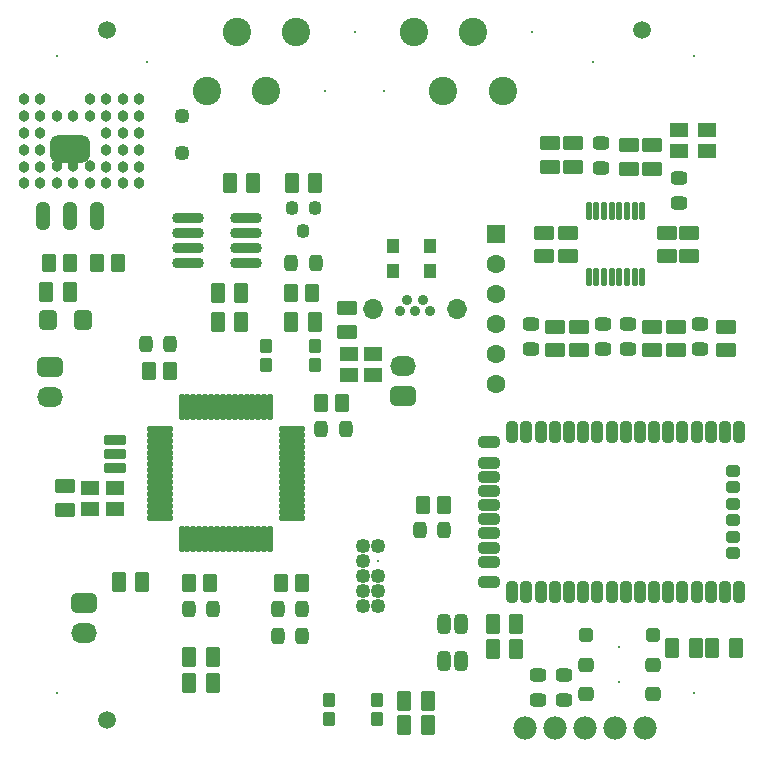
<source format=gts>
G04 Layer_Color=8388736*
%FSAX24Y24*%
%MOIN*%
G70*
G01*
G75*
G04:AMPARAMS|DCode=63|XSize=48mil|YSize=63mil|CornerRadius=9mil|HoleSize=0mil|Usage=FLASHONLY|Rotation=270.000|XOffset=0mil|YOffset=0mil|HoleType=Round|Shape=RoundedRectangle|*
%AMROUNDEDRECTD63*
21,1,0.0480,0.0450,0,0,270.0*
21,1,0.0300,0.0630,0,0,270.0*
1,1,0.0180,-0.0225,-0.0150*
1,1,0.0180,-0.0225,0.0150*
1,1,0.0180,0.0225,0.0150*
1,1,0.0180,0.0225,-0.0150*
%
%ADD63ROUNDEDRECTD63*%
G04:AMPARAMS|DCode=64|XSize=67.1mil|YSize=47.4mil|CornerRadius=8.9mil|HoleSize=0mil|Usage=FLASHONLY|Rotation=0.000|XOffset=0mil|YOffset=0mil|HoleType=Round|Shape=RoundedRectangle|*
%AMROUNDEDRECTD64*
21,1,0.0671,0.0295,0,0,0.0*
21,1,0.0492,0.0474,0,0,0.0*
1,1,0.0178,0.0246,-0.0148*
1,1,0.0178,-0.0246,-0.0148*
1,1,0.0178,-0.0246,0.0148*
1,1,0.0178,0.0246,0.0148*
%
%ADD64ROUNDEDRECTD64*%
%ADD65R,0.0434X0.0454*%
%ADD66O,0.0218X0.0631*%
G04:AMPARAMS|DCode=67|XSize=55.2mil|YSize=43.4mil|CornerRadius=12.9mil|HoleSize=0mil|Usage=FLASHONLY|Rotation=180.000|XOffset=0mil|YOffset=0mil|HoleType=Round|Shape=RoundedRectangle|*
%AMROUNDEDRECTD67*
21,1,0.0552,0.0177,0,0,180.0*
21,1,0.0295,0.0434,0,0,180.0*
1,1,0.0257,-0.0148,0.0089*
1,1,0.0257,0.0148,0.0089*
1,1,0.0257,0.0148,-0.0089*
1,1,0.0257,-0.0148,-0.0089*
%
%ADD67ROUNDEDRECTD67*%
G04:AMPARAMS|DCode=68|XSize=67.1mil|YSize=47.4mil|CornerRadius=8.9mil|HoleSize=0mil|Usage=FLASHONLY|Rotation=90.000|XOffset=0mil|YOffset=0mil|HoleType=Round|Shape=RoundedRectangle|*
%AMROUNDEDRECTD68*
21,1,0.0671,0.0295,0,0,90.0*
21,1,0.0492,0.0474,0,0,90.0*
1,1,0.0178,0.0148,0.0246*
1,1,0.0178,0.0148,-0.0246*
1,1,0.0178,-0.0148,-0.0246*
1,1,0.0178,-0.0148,0.0246*
%
%ADD68ROUNDEDRECTD68*%
G04:AMPARAMS|DCode=69|XSize=55.2mil|YSize=43.4mil|CornerRadius=12.9mil|HoleSize=0mil|Usage=FLASHONLY|Rotation=270.000|XOffset=0mil|YOffset=0mil|HoleType=Round|Shape=RoundedRectangle|*
%AMROUNDEDRECTD69*
21,1,0.0552,0.0177,0,0,270.0*
21,1,0.0295,0.0434,0,0,270.0*
1,1,0.0257,-0.0089,-0.0148*
1,1,0.0257,-0.0089,0.0148*
1,1,0.0257,0.0089,0.0148*
1,1,0.0257,0.0089,-0.0148*
%
%ADD69ROUNDEDRECTD69*%
G04:AMPARAMS|DCode=70|XSize=48mil|YSize=63mil|CornerRadius=9mil|HoleSize=0mil|Usage=FLASHONLY|Rotation=180.000|XOffset=0mil|YOffset=0mil|HoleType=Round|Shape=RoundedRectangle|*
%AMROUNDEDRECTD70*
21,1,0.0480,0.0450,0,0,180.0*
21,1,0.0300,0.0630,0,0,180.0*
1,1,0.0180,-0.0150,0.0225*
1,1,0.0180,0.0150,0.0225*
1,1,0.0180,0.0150,-0.0225*
1,1,0.0180,-0.0150,-0.0225*
%
%ADD70ROUNDEDRECTD70*%
%ADD71O,0.0907X0.0198*%
%ADD72O,0.0198X0.0907*%
G04:AMPARAMS|DCode=73|XSize=71mil|YSize=39.5mil|CornerRadius=11.9mil|HoleSize=0mil|Usage=FLASHONLY|Rotation=270.000|XOffset=0mil|YOffset=0mil|HoleType=Round|Shape=RoundedRectangle|*
%AMROUNDEDRECTD73*
21,1,0.0710,0.0157,0,0,270.0*
21,1,0.0472,0.0395,0,0,270.0*
1,1,0.0237,-0.0079,-0.0236*
1,1,0.0237,-0.0079,0.0236*
1,1,0.0237,0.0079,0.0236*
1,1,0.0237,0.0079,-0.0236*
%
%ADD73ROUNDEDRECTD73*%
G04:AMPARAMS|DCode=74|XSize=39.5mil|YSize=71mil|CornerRadius=11.9mil|HoleSize=0mil|Usage=FLASHONLY|Rotation=270.000|XOffset=0mil|YOffset=0mil|HoleType=Round|Shape=RoundedRectangle|*
%AMROUNDEDRECTD74*
21,1,0.0395,0.0472,0,0,270.0*
21,1,0.0157,0.0710,0,0,270.0*
1,1,0.0237,-0.0236,-0.0079*
1,1,0.0237,-0.0236,0.0079*
1,1,0.0237,0.0236,0.0079*
1,1,0.0237,0.0236,-0.0079*
%
%ADD74ROUNDEDRECTD74*%
G04:AMPARAMS|DCode=75|XSize=39.5mil|YSize=47.4mil|CornerRadius=11.9mil|HoleSize=0mil|Usage=FLASHONLY|Rotation=270.000|XOffset=0mil|YOffset=0mil|HoleType=Round|Shape=RoundedRectangle|*
%AMROUNDEDRECTD75*
21,1,0.0395,0.0236,0,0,270.0*
21,1,0.0157,0.0474,0,0,270.0*
1,1,0.0237,-0.0118,-0.0079*
1,1,0.0237,-0.0118,0.0079*
1,1,0.0237,0.0118,0.0079*
1,1,0.0237,0.0118,-0.0079*
%
%ADD75ROUNDEDRECTD75*%
G04:AMPARAMS|DCode=76|XSize=48mil|YSize=48mil|CornerRadius=14mil|HoleSize=0mil|Usage=FLASHONLY|Rotation=90.000|XOffset=0mil|YOffset=0mil|HoleType=Round|Shape=RoundedRectangle|*
%AMROUNDEDRECTD76*
21,1,0.0480,0.0200,0,0,90.0*
21,1,0.0200,0.0480,0,0,90.0*
1,1,0.0280,0.0100,0.0100*
1,1,0.0280,0.0100,-0.0100*
1,1,0.0280,-0.0100,-0.0100*
1,1,0.0280,-0.0100,0.0100*
%
%ADD76ROUNDEDRECTD76*%
G04:AMPARAMS|DCode=77|XSize=48mil|YSize=54mil|CornerRadius=14mil|HoleSize=0mil|Usage=FLASHONLY|Rotation=90.000|XOffset=0mil|YOffset=0mil|HoleType=Round|Shape=RoundedRectangle|*
%AMROUNDEDRECTD77*
21,1,0.0480,0.0260,0,0,90.0*
21,1,0.0200,0.0540,0,0,90.0*
1,1,0.0280,0.0130,0.0100*
1,1,0.0280,0.0130,-0.0100*
1,1,0.0280,-0.0130,-0.0100*
1,1,0.0280,-0.0130,0.0100*
%
%ADD77ROUNDEDRECTD77*%
G04:AMPARAMS|DCode=78|XSize=43.4mil|YSize=67.1mil|CornerRadius=12.9mil|HoleSize=0mil|Usage=FLASHONLY|Rotation=0.000|XOffset=0mil|YOffset=0mil|HoleType=Round|Shape=RoundedRectangle|*
%AMROUNDEDRECTD78*
21,1,0.0434,0.0413,0,0,0.0*
21,1,0.0177,0.0671,0,0,0.0*
1,1,0.0257,0.0089,-0.0207*
1,1,0.0257,-0.0089,-0.0207*
1,1,0.0257,-0.0089,0.0207*
1,1,0.0257,0.0089,0.0207*
%
%ADD78ROUNDEDRECTD78*%
G04:AMPARAMS|DCode=79|XSize=43mil|YSize=48mil|CornerRadius=12.8mil|HoleSize=0mil|Usage=FLASHONLY|Rotation=180.000|XOffset=0mil|YOffset=0mil|HoleType=Round|Shape=RoundedRectangle|*
%AMROUNDEDRECTD79*
21,1,0.0430,0.0225,0,0,180.0*
21,1,0.0175,0.0480,0,0,180.0*
1,1,0.0255,-0.0088,0.0113*
1,1,0.0255,0.0088,0.0113*
1,1,0.0255,0.0088,-0.0113*
1,1,0.0255,-0.0088,-0.0113*
%
%ADD79ROUNDEDRECTD79*%
G04:AMPARAMS|DCode=80|XSize=36mil|YSize=75mil|CornerRadius=11mil|HoleSize=0mil|Usage=FLASHONLY|Rotation=270.000|XOffset=0mil|YOffset=0mil|HoleType=Round|Shape=RoundedRectangle|*
%AMROUNDEDRECTD80*
21,1,0.0360,0.0530,0,0,270.0*
21,1,0.0140,0.0750,0,0,270.0*
1,1,0.0220,-0.0265,-0.0070*
1,1,0.0220,-0.0265,0.0070*
1,1,0.0220,0.0265,0.0070*
1,1,0.0220,0.0265,-0.0070*
%
%ADD80ROUNDEDRECTD80*%
%ADD81O,0.1064X0.0356*%
G04:AMPARAMS|DCode=82|XSize=39.5mil|YSize=43.4mil|CornerRadius=11.9mil|HoleSize=0mil|Usage=FLASHONLY|Rotation=0.000|XOffset=0mil|YOffset=0mil|HoleType=Round|Shape=RoundedRectangle|*
%AMROUNDEDRECTD82*
21,1,0.0395,0.0197,0,0,0.0*
21,1,0.0157,0.0434,0,0,0.0*
1,1,0.0237,0.0079,-0.0098*
1,1,0.0237,-0.0079,-0.0098*
1,1,0.0237,-0.0079,0.0098*
1,1,0.0237,0.0079,0.0098*
%
%ADD82ROUNDEDRECTD82*%
G04:AMPARAMS|DCode=83|XSize=43.4mil|YSize=45.4mil|CornerRadius=12.9mil|HoleSize=0mil|Usage=FLASHONLY|Rotation=270.000|XOffset=0mil|YOffset=0mil|HoleType=Round|Shape=RoundedRectangle|*
%AMROUNDEDRECTD83*
21,1,0.0434,0.0197,0,0,270.0*
21,1,0.0177,0.0454,0,0,270.0*
1,1,0.0257,-0.0098,-0.0089*
1,1,0.0257,-0.0098,0.0089*
1,1,0.0257,0.0098,0.0089*
1,1,0.0257,0.0098,-0.0089*
%
%ADD83ROUNDEDRECTD83*%
G04:AMPARAMS|DCode=84|XSize=134mil|YSize=90.7mil|CornerRadius=24.7mil|HoleSize=0mil|Usage=FLASHONLY|Rotation=180.000|XOffset=0mil|YOffset=0mil|HoleType=Round|Shape=RoundedRectangle|*
%AMROUNDEDRECTD84*
21,1,0.1340,0.0413,0,0,180.0*
21,1,0.0846,0.0907,0,0,180.0*
1,1,0.0493,-0.0423,0.0207*
1,1,0.0493,0.0423,0.0207*
1,1,0.0493,0.0423,-0.0207*
1,1,0.0493,-0.0423,-0.0207*
%
%ADD84ROUNDEDRECTD84*%
G04:AMPARAMS|DCode=85|XSize=43.4mil|YSize=90.7mil|CornerRadius=12.9mil|HoleSize=0mil|Usage=FLASHONLY|Rotation=180.000|XOffset=0mil|YOffset=0mil|HoleType=Round|Shape=RoundedRectangle|*
%AMROUNDEDRECTD85*
21,1,0.0434,0.0650,0,0,180.0*
21,1,0.0177,0.0907,0,0,180.0*
1,1,0.0257,-0.0089,0.0325*
1,1,0.0257,0.0089,0.0325*
1,1,0.0257,0.0089,-0.0325*
1,1,0.0257,-0.0089,-0.0325*
%
%ADD85ROUNDEDRECTD85*%
G04:AMPARAMS|DCode=86|XSize=67.1mil|YSize=63.1mil|CornerRadius=17.8mil|HoleSize=0mil|Usage=FLASHONLY|Rotation=90.000|XOffset=0mil|YOffset=0mil|HoleType=Round|Shape=RoundedRectangle|*
%AMROUNDEDRECTD86*
21,1,0.0671,0.0276,0,0,90.0*
21,1,0.0315,0.0631,0,0,90.0*
1,1,0.0356,0.0138,0.0157*
1,1,0.0356,0.0138,-0.0157*
1,1,0.0356,-0.0138,-0.0157*
1,1,0.0356,-0.0138,0.0157*
%
%ADD86ROUNDEDRECTD86*%
%ADD87C,0.0591*%
%ADD88C,0.0631*%
%ADD89R,0.0631X0.0631*%
%ADD90O,0.0671X0.0671*%
%ADD91C,0.0360*%
G04:AMPARAMS|DCode=92|XSize=67.1mil|YSize=86.7mil|CornerRadius=18.8mil|HoleSize=0mil|Usage=FLASHONLY|Rotation=270.000|XOffset=0mil|YOffset=0mil|HoleType=Round|Shape=RoundedRectangle|*
%AMROUNDEDRECTD92*
21,1,0.0671,0.0492,0,0,270.0*
21,1,0.0295,0.0867,0,0,270.0*
1,1,0.0375,-0.0246,-0.0148*
1,1,0.0375,-0.0246,0.0148*
1,1,0.0375,0.0246,0.0148*
1,1,0.0375,0.0246,-0.0148*
%
%ADD92ROUNDEDRECTD92*%
%ADD93O,0.0867X0.0671*%
%ADD94C,0.0130*%
%ADD95C,0.0493*%
%ADD96C,0.0493*%
%ADD97C,0.0946*%
%ADD98C,0.0780*%
%ADD99C,0.0380*%
D63*
X023820Y025290D02*
D03*
Y025990D02*
D03*
X023010Y025290D02*
D03*
Y025990D02*
D03*
X034921Y033444D02*
D03*
Y032744D02*
D03*
X034000Y033444D02*
D03*
Y032744D02*
D03*
X014360Y020820D02*
D03*
Y021520D02*
D03*
X015220D02*
D03*
Y020820D02*
D03*
D64*
X022950Y027504D02*
D03*
Y026716D02*
D03*
X035554Y026093D02*
D03*
Y026880D02*
D03*
X033120Y032934D02*
D03*
Y032146D02*
D03*
X032326Y032939D02*
D03*
Y032152D02*
D03*
X030480Y032994D02*
D03*
Y032206D02*
D03*
X029700Y032994D02*
D03*
Y032206D02*
D03*
X034350Y030024D02*
D03*
Y029236D02*
D03*
X030300Y030024D02*
D03*
Y029236D02*
D03*
X033600Y030024D02*
D03*
Y029236D02*
D03*
X029520Y030024D02*
D03*
Y029236D02*
D03*
X033909Y026880D02*
D03*
Y026093D02*
D03*
X033109Y026880D02*
D03*
Y026093D02*
D03*
X030679Y026880D02*
D03*
Y026093D02*
D03*
X029879Y026880D02*
D03*
Y026093D02*
D03*
X013530Y020776D02*
D03*
Y021564D02*
D03*
D65*
X024460Y029570D02*
D03*
X025700D02*
D03*
Y028730D02*
D03*
X024460D02*
D03*
D66*
X030993Y028543D02*
D03*
X031249D02*
D03*
X031505D02*
D03*
X031761D02*
D03*
X032017D02*
D03*
X032273D02*
D03*
X032529D02*
D03*
X032784D02*
D03*
X030993Y030748D02*
D03*
X031249D02*
D03*
X031505D02*
D03*
X031761D02*
D03*
X032017D02*
D03*
X032273D02*
D03*
X032529D02*
D03*
X032784D02*
D03*
D67*
X033990Y031843D02*
D03*
Y031017D02*
D03*
X031410Y032187D02*
D03*
Y033013D02*
D03*
X032309Y026959D02*
D03*
Y026132D02*
D03*
X029061Y026959D02*
D03*
Y026132D02*
D03*
X034709Y026959D02*
D03*
Y026132D02*
D03*
X031479Y026959D02*
D03*
Y026132D02*
D03*
X029290Y015264D02*
D03*
Y014438D02*
D03*
X030160Y015264D02*
D03*
Y014438D02*
D03*
D68*
X019414Y027040D02*
D03*
X018626D02*
D03*
X035106Y016170D02*
D03*
X035894D02*
D03*
X034564D02*
D03*
X033776D02*
D03*
X027796Y016130D02*
D03*
X028584D02*
D03*
X027796Y016960D02*
D03*
X028584D02*
D03*
X012906Y028050D02*
D03*
X013694D02*
D03*
X016114Y018360D02*
D03*
X015326D02*
D03*
X019814Y031690D02*
D03*
X019026D02*
D03*
X025624Y014410D02*
D03*
X024836D02*
D03*
X019414Y027992D02*
D03*
X018626D02*
D03*
X024836Y013600D02*
D03*
X025624D02*
D03*
X021070Y027040D02*
D03*
X021857D02*
D03*
X021090Y031690D02*
D03*
X021877D02*
D03*
X018454Y015890D02*
D03*
X017666D02*
D03*
Y015020D02*
D03*
X018454D02*
D03*
D69*
X021070Y029010D02*
D03*
X021897D02*
D03*
X021453Y017480D02*
D03*
X020627D02*
D03*
X022077Y023470D02*
D03*
X022903D02*
D03*
X017052Y026310D02*
D03*
X016226D02*
D03*
X017658Y017480D02*
D03*
X018485D02*
D03*
X020627Y016560D02*
D03*
X021453D02*
D03*
X025357Y020120D02*
D03*
X026183D02*
D03*
D70*
X021770Y027992D02*
D03*
X021070D02*
D03*
X015306Y029000D02*
D03*
X014606D02*
D03*
X013000D02*
D03*
X013700D02*
D03*
X020753Y018340D02*
D03*
X021453D02*
D03*
X022777Y024350D02*
D03*
X022077D02*
D03*
X016352Y025410D02*
D03*
X017052D02*
D03*
X018358Y018350D02*
D03*
X017658D02*
D03*
X026175Y020940D02*
D03*
X025475D02*
D03*
D71*
X016695Y023476D02*
D03*
Y023280D02*
D03*
Y023083D02*
D03*
Y022886D02*
D03*
Y022689D02*
D03*
Y022492D02*
D03*
Y022295D02*
D03*
Y022098D02*
D03*
Y021902D02*
D03*
Y021705D02*
D03*
Y021508D02*
D03*
Y021311D02*
D03*
Y021114D02*
D03*
Y020917D02*
D03*
Y020720D02*
D03*
Y020524D02*
D03*
X021105D02*
D03*
Y020720D02*
D03*
Y020917D02*
D03*
Y021114D02*
D03*
Y021311D02*
D03*
Y021508D02*
D03*
Y021705D02*
D03*
Y021902D02*
D03*
Y022098D02*
D03*
Y022295D02*
D03*
Y022492D02*
D03*
Y022689D02*
D03*
Y022886D02*
D03*
Y023083D02*
D03*
Y023280D02*
D03*
Y023476D02*
D03*
D72*
X017424Y019795D02*
D03*
X017620D02*
D03*
X017817D02*
D03*
X018014D02*
D03*
X018211D02*
D03*
X018408D02*
D03*
X018605D02*
D03*
X018802D02*
D03*
X018998D02*
D03*
X019195D02*
D03*
X019392D02*
D03*
X019589D02*
D03*
X019786D02*
D03*
X019983D02*
D03*
X020180D02*
D03*
X020376D02*
D03*
Y024205D02*
D03*
X020180D02*
D03*
X019983D02*
D03*
X019786D02*
D03*
X019589D02*
D03*
X019392D02*
D03*
X019195D02*
D03*
X018998D02*
D03*
X018802D02*
D03*
X018605D02*
D03*
X018408D02*
D03*
X018211D02*
D03*
X018014D02*
D03*
X017817D02*
D03*
X017620D02*
D03*
X017424D02*
D03*
D73*
X036006Y018046D02*
D03*
X035534D02*
D03*
X035062D02*
D03*
X034589D02*
D03*
X034117D02*
D03*
X033644D02*
D03*
X033172D02*
D03*
X032699D02*
D03*
X032227D02*
D03*
X031754D02*
D03*
X031282D02*
D03*
X030810D02*
D03*
X030337D02*
D03*
X029865D02*
D03*
X029392D02*
D03*
X028920D02*
D03*
X028447D02*
D03*
X030337Y023361D02*
D03*
X030810D02*
D03*
X031282D02*
D03*
X031754D02*
D03*
X032227D02*
D03*
X032699D02*
D03*
X033172D02*
D03*
X033644D02*
D03*
X034117D02*
D03*
X034589D02*
D03*
X035062D02*
D03*
X035534D02*
D03*
X036006D02*
D03*
X029865D02*
D03*
X029392D02*
D03*
X028920D02*
D03*
X028447D02*
D03*
D74*
X027660Y018381D02*
D03*
Y019050D02*
D03*
Y019523D02*
D03*
Y019995D02*
D03*
Y020468D02*
D03*
Y020940D02*
D03*
Y021412D02*
D03*
Y021885D02*
D03*
Y022357D02*
D03*
Y023027D02*
D03*
D75*
X035810Y019326D02*
D03*
Y019877D02*
D03*
Y020428D02*
D03*
Y020979D02*
D03*
Y021531D02*
D03*
Y022082D02*
D03*
D76*
X030890Y016610D02*
D03*
X033122D02*
D03*
D77*
X030890Y015620D02*
D03*
Y014636D02*
D03*
X033122Y015620D02*
D03*
Y014636D02*
D03*
D78*
X026729Y016960D02*
D03*
X026171D02*
D03*
X026729Y015740D02*
D03*
X026170D02*
D03*
D79*
X023937Y013805D02*
D03*
X022323D02*
D03*
Y014435D02*
D03*
X023937D02*
D03*
X021857Y025615D02*
D03*
X020243D02*
D03*
Y026245D02*
D03*
X021857D02*
D03*
D80*
X015200Y023122D02*
D03*
Y022650D02*
D03*
Y022170D02*
D03*
D81*
X019575Y029010D02*
D03*
Y029510D02*
D03*
Y030010D02*
D03*
Y030510D02*
D03*
X017645Y029010D02*
D03*
Y029510D02*
D03*
Y030010D02*
D03*
Y030510D02*
D03*
D82*
X021483Y030066D02*
D03*
X021109Y030854D02*
D03*
X021857D02*
D03*
D83*
X017430Y033900D02*
D03*
Y032660D02*
D03*
D84*
X013700Y032822D02*
D03*
D85*
X014606Y030578D02*
D03*
X013700D02*
D03*
X012794D02*
D03*
D86*
X014141Y027100D02*
D03*
X012959D02*
D03*
D87*
X014940Y036770D02*
D03*
Y013790D02*
D03*
X032760Y036770D02*
D03*
D88*
X027900Y024990D02*
D03*
Y025990D02*
D03*
Y027990D02*
D03*
Y028990D02*
D03*
Y026990D02*
D03*
D89*
Y029990D02*
D03*
D90*
X023793Y027480D02*
D03*
X026607D02*
D03*
D91*
X024944Y027787D02*
D03*
X025456D02*
D03*
X025712Y027393D02*
D03*
X025200D02*
D03*
X024688D02*
D03*
D92*
X013050Y025550D02*
D03*
X014160Y017690D02*
D03*
X024820Y024580D02*
D03*
D93*
X013050Y024550D02*
D03*
X014160Y016690D02*
D03*
X024820Y025580D02*
D03*
D94*
X034520Y014670D02*
D03*
Y035920D02*
D03*
X013270D02*
D03*
Y014670D02*
D03*
X023960Y019080D02*
D03*
X032010Y016220D02*
D03*
Y015029D02*
D03*
X016271Y035716D02*
D03*
X031133D02*
D03*
X022216Y034732D02*
D03*
X024184D02*
D03*
X023200Y036700D02*
D03*
X029106D02*
D03*
D95*
X023960Y017580D02*
D03*
D96*
X023460D02*
D03*
X023960Y018080D02*
D03*
X023460D02*
D03*
X023960Y018580D02*
D03*
X023460D02*
D03*
Y019080D02*
D03*
X023960Y019580D02*
D03*
X023460D02*
D03*
D97*
X018279Y034732D02*
D03*
X020247D02*
D03*
X026153D02*
D03*
X028121D02*
D03*
X019263Y036700D02*
D03*
X021232D02*
D03*
X025168D02*
D03*
X027137D02*
D03*
D98*
X032880Y013500D02*
D03*
X031880D02*
D03*
X030880D02*
D03*
X029880D02*
D03*
X028880D02*
D03*
D99*
X013820Y032230D02*
D03*
X013270D02*
D03*
X014370D02*
D03*
X014920Y032222D02*
D03*
Y032784D02*
D03*
X012170Y031660D02*
D03*
Y034470D02*
D03*
Y033908D02*
D03*
Y032784D02*
D03*
Y032222D02*
D03*
Y033346D02*
D03*
X014920Y034470D02*
D03*
X014370D02*
D03*
X012720Y034470D02*
D03*
X014920Y033908D02*
D03*
X014370D02*
D03*
X013270D02*
D03*
X012720D02*
D03*
X013820D02*
D03*
X015470Y034470D02*
D03*
X016020Y034470D02*
D03*
X015470Y033908D02*
D03*
X016020D02*
D03*
X015470Y033346D02*
D03*
X016020D02*
D03*
X015470Y032784D02*
D03*
X016020D02*
D03*
X015470Y032222D02*
D03*
X016020D02*
D03*
X015470Y031660D02*
D03*
X016020D02*
D03*
X012720D02*
D03*
X014370D02*
D03*
X014920D02*
D03*
X013270D02*
D03*
X013820D02*
D03*
X012720Y033346D02*
D03*
Y032784D02*
D03*
Y032222D02*
D03*
X014920Y033346D02*
D03*
M02*

</source>
